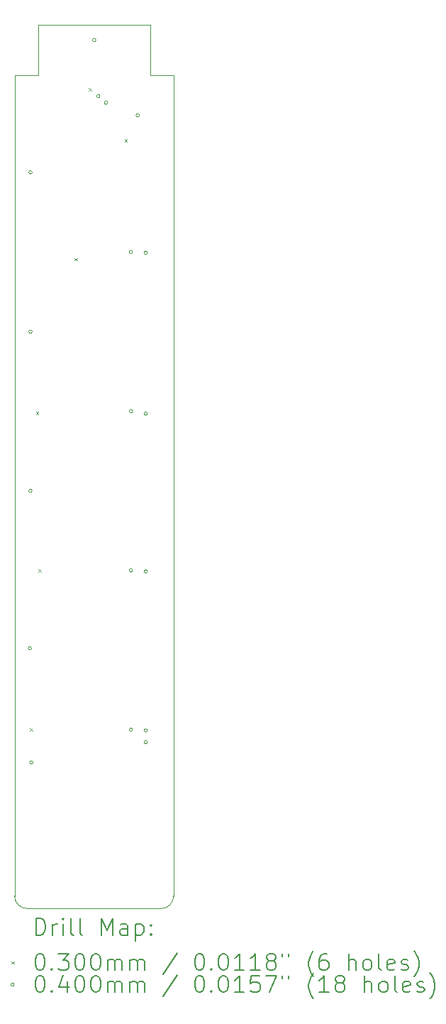
<source format=gbr>
%TF.GenerationSoftware,KiCad,Pcbnew,7.0.8*%
%TF.CreationDate,2023-10-21T22:23:41-07:00*%
%TF.ProjectId,Seismos_5-Key,53656973-6d6f-4735-9f35-2d4b65792e6b,rev?*%
%TF.SameCoordinates,Original*%
%TF.FileFunction,Drillmap*%
%TF.FilePolarity,Positive*%
%FSLAX45Y45*%
G04 Gerber Fmt 4.5, Leading zero omitted, Abs format (unit mm)*
G04 Created by KiCad (PCBNEW 7.0.8) date 2023-10-21 22:23:41*
%MOMM*%
%LPD*%
G01*
G04 APERTURE LIST*
%ADD10C,0.100000*%
%ADD11C,0.200000*%
%ADD12C,0.030000*%
%ADD13C,0.040000*%
G04 APERTURE END LIST*
D10*
X3750000Y-12893934D02*
X3750000Y-3100000D01*
X5500000Y-13043934D02*
X3900000Y-13043934D01*
X3750006Y-12893934D02*
G75*
G03*
X3900000Y-13043934I149994J-6D01*
G01*
X4030000Y-2500000D02*
X4030000Y-3100000D01*
X3750000Y-3100000D02*
X4030000Y-3100000D01*
X5650000Y-3100000D02*
X5370000Y-3100000D01*
X5500000Y-13043940D02*
G75*
G03*
X5650000Y-12893934I-10J150010D01*
G01*
X5650000Y-3100000D02*
X5650000Y-12893934D01*
X5370000Y-3100000D02*
X5370000Y-2500000D01*
X4030000Y-2500000D02*
X5370000Y-2500000D01*
D11*
D12*
X3935000Y-10895000D02*
X3965000Y-10925000D01*
X3965000Y-10895000D02*
X3935000Y-10925000D01*
X4005000Y-7115000D02*
X4035000Y-7145000D01*
X4035000Y-7115000D02*
X4005000Y-7145000D01*
X4035000Y-8995000D02*
X4065000Y-9025000D01*
X4065000Y-8995000D02*
X4035000Y-9025000D01*
X4465000Y-5285000D02*
X4495000Y-5315000D01*
X4495000Y-5285000D02*
X4465000Y-5315000D01*
X4635000Y-3255000D02*
X4665000Y-3285000D01*
X4665000Y-3255000D02*
X4635000Y-3285000D01*
X5065000Y-3865000D02*
X5095000Y-3895000D01*
X5095000Y-3865000D02*
X5065000Y-3895000D01*
D13*
X3952650Y-9940000D02*
G75*
G03*
X3952650Y-9940000I-20000J0D01*
G01*
X3960000Y-4260000D02*
G75*
G03*
X3960000Y-4260000I-20000J0D01*
G01*
X3960000Y-6160000D02*
G75*
G03*
X3960000Y-6160000I-20000J0D01*
G01*
X3960000Y-8060000D02*
G75*
G03*
X3960000Y-8060000I-20000J0D01*
G01*
X3970000Y-11300000D02*
G75*
G03*
X3970000Y-11300000I-20000J0D01*
G01*
X4720000Y-2681000D02*
G75*
G03*
X4720000Y-2681000I-20000J0D01*
G01*
X4770000Y-3350000D02*
G75*
G03*
X4770000Y-3350000I-20000J0D01*
G01*
X4860000Y-3430000D02*
G75*
G03*
X4860000Y-3430000I-20000J0D01*
G01*
X5160000Y-5210000D02*
G75*
G03*
X5160000Y-5210000I-20000J0D01*
G01*
X5160000Y-7110000D02*
G75*
G03*
X5160000Y-7110000I-20000J0D01*
G01*
X5160000Y-9010000D02*
G75*
G03*
X5160000Y-9010000I-20000J0D01*
G01*
X5160000Y-10910000D02*
G75*
G03*
X5160000Y-10910000I-20000J0D01*
G01*
X5240000Y-3580000D02*
G75*
G03*
X5240000Y-3580000I-20000J0D01*
G01*
X5336050Y-5220000D02*
G75*
G03*
X5336050Y-5220000I-20000J0D01*
G01*
X5336050Y-7140000D02*
G75*
G03*
X5336050Y-7140000I-20000J0D01*
G01*
X5336050Y-9020000D02*
G75*
G03*
X5336050Y-9020000I-20000J0D01*
G01*
X5336050Y-10920000D02*
G75*
G03*
X5336050Y-10920000I-20000J0D01*
G01*
X5336050Y-11060000D02*
G75*
G03*
X5336050Y-11060000I-20000J0D01*
G01*
D11*
X4005777Y-13360418D02*
X4005777Y-13160418D01*
X4005777Y-13160418D02*
X4053396Y-13160418D01*
X4053396Y-13160418D02*
X4081967Y-13169942D01*
X4081967Y-13169942D02*
X4101015Y-13188989D01*
X4101015Y-13188989D02*
X4110539Y-13208037D01*
X4110539Y-13208037D02*
X4120062Y-13246132D01*
X4120062Y-13246132D02*
X4120062Y-13274703D01*
X4120062Y-13274703D02*
X4110539Y-13312799D01*
X4110539Y-13312799D02*
X4101015Y-13331846D01*
X4101015Y-13331846D02*
X4081967Y-13350894D01*
X4081967Y-13350894D02*
X4053396Y-13360418D01*
X4053396Y-13360418D02*
X4005777Y-13360418D01*
X4205777Y-13360418D02*
X4205777Y-13227084D01*
X4205777Y-13265180D02*
X4215301Y-13246132D01*
X4215301Y-13246132D02*
X4224824Y-13236608D01*
X4224824Y-13236608D02*
X4243872Y-13227084D01*
X4243872Y-13227084D02*
X4262920Y-13227084D01*
X4329586Y-13360418D02*
X4329586Y-13227084D01*
X4329586Y-13160418D02*
X4320063Y-13169942D01*
X4320063Y-13169942D02*
X4329586Y-13179465D01*
X4329586Y-13179465D02*
X4339110Y-13169942D01*
X4339110Y-13169942D02*
X4329586Y-13160418D01*
X4329586Y-13160418D02*
X4329586Y-13179465D01*
X4453396Y-13360418D02*
X4434348Y-13350894D01*
X4434348Y-13350894D02*
X4424824Y-13331846D01*
X4424824Y-13331846D02*
X4424824Y-13160418D01*
X4558158Y-13360418D02*
X4539110Y-13350894D01*
X4539110Y-13350894D02*
X4529586Y-13331846D01*
X4529586Y-13331846D02*
X4529586Y-13160418D01*
X4786729Y-13360418D02*
X4786729Y-13160418D01*
X4786729Y-13160418D02*
X4853396Y-13303275D01*
X4853396Y-13303275D02*
X4920063Y-13160418D01*
X4920063Y-13160418D02*
X4920063Y-13360418D01*
X5101015Y-13360418D02*
X5101015Y-13255656D01*
X5101015Y-13255656D02*
X5091491Y-13236608D01*
X5091491Y-13236608D02*
X5072444Y-13227084D01*
X5072444Y-13227084D02*
X5034348Y-13227084D01*
X5034348Y-13227084D02*
X5015301Y-13236608D01*
X5101015Y-13350894D02*
X5081967Y-13360418D01*
X5081967Y-13360418D02*
X5034348Y-13360418D01*
X5034348Y-13360418D02*
X5015301Y-13350894D01*
X5015301Y-13350894D02*
X5005777Y-13331846D01*
X5005777Y-13331846D02*
X5005777Y-13312799D01*
X5005777Y-13312799D02*
X5015301Y-13293751D01*
X5015301Y-13293751D02*
X5034348Y-13284227D01*
X5034348Y-13284227D02*
X5081967Y-13284227D01*
X5081967Y-13284227D02*
X5101015Y-13274703D01*
X5196253Y-13227084D02*
X5196253Y-13427084D01*
X5196253Y-13236608D02*
X5215301Y-13227084D01*
X5215301Y-13227084D02*
X5253396Y-13227084D01*
X5253396Y-13227084D02*
X5272444Y-13236608D01*
X5272444Y-13236608D02*
X5281967Y-13246132D01*
X5281967Y-13246132D02*
X5291491Y-13265180D01*
X5291491Y-13265180D02*
X5291491Y-13322322D01*
X5291491Y-13322322D02*
X5281967Y-13341370D01*
X5281967Y-13341370D02*
X5272444Y-13350894D01*
X5272444Y-13350894D02*
X5253396Y-13360418D01*
X5253396Y-13360418D02*
X5215301Y-13360418D01*
X5215301Y-13360418D02*
X5196253Y-13350894D01*
X5377205Y-13341370D02*
X5386729Y-13350894D01*
X5386729Y-13350894D02*
X5377205Y-13360418D01*
X5377205Y-13360418D02*
X5367682Y-13350894D01*
X5367682Y-13350894D02*
X5377205Y-13341370D01*
X5377205Y-13341370D02*
X5377205Y-13360418D01*
X5377205Y-13236608D02*
X5386729Y-13246132D01*
X5386729Y-13246132D02*
X5377205Y-13255656D01*
X5377205Y-13255656D02*
X5367682Y-13246132D01*
X5367682Y-13246132D02*
X5377205Y-13236608D01*
X5377205Y-13236608D02*
X5377205Y-13255656D01*
D12*
X3715000Y-13673934D02*
X3745000Y-13703934D01*
X3745000Y-13673934D02*
X3715000Y-13703934D01*
D11*
X4043872Y-13580418D02*
X4062920Y-13580418D01*
X4062920Y-13580418D02*
X4081967Y-13589942D01*
X4081967Y-13589942D02*
X4091491Y-13599465D01*
X4091491Y-13599465D02*
X4101015Y-13618513D01*
X4101015Y-13618513D02*
X4110539Y-13656608D01*
X4110539Y-13656608D02*
X4110539Y-13704227D01*
X4110539Y-13704227D02*
X4101015Y-13742322D01*
X4101015Y-13742322D02*
X4091491Y-13761370D01*
X4091491Y-13761370D02*
X4081967Y-13770894D01*
X4081967Y-13770894D02*
X4062920Y-13780418D01*
X4062920Y-13780418D02*
X4043872Y-13780418D01*
X4043872Y-13780418D02*
X4024824Y-13770894D01*
X4024824Y-13770894D02*
X4015301Y-13761370D01*
X4015301Y-13761370D02*
X4005777Y-13742322D01*
X4005777Y-13742322D02*
X3996253Y-13704227D01*
X3996253Y-13704227D02*
X3996253Y-13656608D01*
X3996253Y-13656608D02*
X4005777Y-13618513D01*
X4005777Y-13618513D02*
X4015301Y-13599465D01*
X4015301Y-13599465D02*
X4024824Y-13589942D01*
X4024824Y-13589942D02*
X4043872Y-13580418D01*
X4196253Y-13761370D02*
X4205777Y-13770894D01*
X4205777Y-13770894D02*
X4196253Y-13780418D01*
X4196253Y-13780418D02*
X4186729Y-13770894D01*
X4186729Y-13770894D02*
X4196253Y-13761370D01*
X4196253Y-13761370D02*
X4196253Y-13780418D01*
X4272444Y-13580418D02*
X4396253Y-13580418D01*
X4396253Y-13580418D02*
X4329586Y-13656608D01*
X4329586Y-13656608D02*
X4358158Y-13656608D01*
X4358158Y-13656608D02*
X4377205Y-13666132D01*
X4377205Y-13666132D02*
X4386729Y-13675656D01*
X4386729Y-13675656D02*
X4396253Y-13694703D01*
X4396253Y-13694703D02*
X4396253Y-13742322D01*
X4396253Y-13742322D02*
X4386729Y-13761370D01*
X4386729Y-13761370D02*
X4377205Y-13770894D01*
X4377205Y-13770894D02*
X4358158Y-13780418D01*
X4358158Y-13780418D02*
X4301015Y-13780418D01*
X4301015Y-13780418D02*
X4281967Y-13770894D01*
X4281967Y-13770894D02*
X4272444Y-13761370D01*
X4520063Y-13580418D02*
X4539110Y-13580418D01*
X4539110Y-13580418D02*
X4558158Y-13589942D01*
X4558158Y-13589942D02*
X4567682Y-13599465D01*
X4567682Y-13599465D02*
X4577205Y-13618513D01*
X4577205Y-13618513D02*
X4586729Y-13656608D01*
X4586729Y-13656608D02*
X4586729Y-13704227D01*
X4586729Y-13704227D02*
X4577205Y-13742322D01*
X4577205Y-13742322D02*
X4567682Y-13761370D01*
X4567682Y-13761370D02*
X4558158Y-13770894D01*
X4558158Y-13770894D02*
X4539110Y-13780418D01*
X4539110Y-13780418D02*
X4520063Y-13780418D01*
X4520063Y-13780418D02*
X4501015Y-13770894D01*
X4501015Y-13770894D02*
X4491491Y-13761370D01*
X4491491Y-13761370D02*
X4481967Y-13742322D01*
X4481967Y-13742322D02*
X4472444Y-13704227D01*
X4472444Y-13704227D02*
X4472444Y-13656608D01*
X4472444Y-13656608D02*
X4481967Y-13618513D01*
X4481967Y-13618513D02*
X4491491Y-13599465D01*
X4491491Y-13599465D02*
X4501015Y-13589942D01*
X4501015Y-13589942D02*
X4520063Y-13580418D01*
X4710539Y-13580418D02*
X4729586Y-13580418D01*
X4729586Y-13580418D02*
X4748634Y-13589942D01*
X4748634Y-13589942D02*
X4758158Y-13599465D01*
X4758158Y-13599465D02*
X4767682Y-13618513D01*
X4767682Y-13618513D02*
X4777205Y-13656608D01*
X4777205Y-13656608D02*
X4777205Y-13704227D01*
X4777205Y-13704227D02*
X4767682Y-13742322D01*
X4767682Y-13742322D02*
X4758158Y-13761370D01*
X4758158Y-13761370D02*
X4748634Y-13770894D01*
X4748634Y-13770894D02*
X4729586Y-13780418D01*
X4729586Y-13780418D02*
X4710539Y-13780418D01*
X4710539Y-13780418D02*
X4691491Y-13770894D01*
X4691491Y-13770894D02*
X4681967Y-13761370D01*
X4681967Y-13761370D02*
X4672444Y-13742322D01*
X4672444Y-13742322D02*
X4662920Y-13704227D01*
X4662920Y-13704227D02*
X4662920Y-13656608D01*
X4662920Y-13656608D02*
X4672444Y-13618513D01*
X4672444Y-13618513D02*
X4681967Y-13599465D01*
X4681967Y-13599465D02*
X4691491Y-13589942D01*
X4691491Y-13589942D02*
X4710539Y-13580418D01*
X4862920Y-13780418D02*
X4862920Y-13647084D01*
X4862920Y-13666132D02*
X4872444Y-13656608D01*
X4872444Y-13656608D02*
X4891491Y-13647084D01*
X4891491Y-13647084D02*
X4920063Y-13647084D01*
X4920063Y-13647084D02*
X4939110Y-13656608D01*
X4939110Y-13656608D02*
X4948634Y-13675656D01*
X4948634Y-13675656D02*
X4948634Y-13780418D01*
X4948634Y-13675656D02*
X4958158Y-13656608D01*
X4958158Y-13656608D02*
X4977205Y-13647084D01*
X4977205Y-13647084D02*
X5005777Y-13647084D01*
X5005777Y-13647084D02*
X5024825Y-13656608D01*
X5024825Y-13656608D02*
X5034348Y-13675656D01*
X5034348Y-13675656D02*
X5034348Y-13780418D01*
X5129586Y-13780418D02*
X5129586Y-13647084D01*
X5129586Y-13666132D02*
X5139110Y-13656608D01*
X5139110Y-13656608D02*
X5158158Y-13647084D01*
X5158158Y-13647084D02*
X5186729Y-13647084D01*
X5186729Y-13647084D02*
X5205777Y-13656608D01*
X5205777Y-13656608D02*
X5215301Y-13675656D01*
X5215301Y-13675656D02*
X5215301Y-13780418D01*
X5215301Y-13675656D02*
X5224825Y-13656608D01*
X5224825Y-13656608D02*
X5243872Y-13647084D01*
X5243872Y-13647084D02*
X5272444Y-13647084D01*
X5272444Y-13647084D02*
X5291491Y-13656608D01*
X5291491Y-13656608D02*
X5301015Y-13675656D01*
X5301015Y-13675656D02*
X5301015Y-13780418D01*
X5691491Y-13570894D02*
X5520063Y-13828037D01*
X5948634Y-13580418D02*
X5967682Y-13580418D01*
X5967682Y-13580418D02*
X5986729Y-13589942D01*
X5986729Y-13589942D02*
X5996253Y-13599465D01*
X5996253Y-13599465D02*
X6005777Y-13618513D01*
X6005777Y-13618513D02*
X6015301Y-13656608D01*
X6015301Y-13656608D02*
X6015301Y-13704227D01*
X6015301Y-13704227D02*
X6005777Y-13742322D01*
X6005777Y-13742322D02*
X5996253Y-13761370D01*
X5996253Y-13761370D02*
X5986729Y-13770894D01*
X5986729Y-13770894D02*
X5967682Y-13780418D01*
X5967682Y-13780418D02*
X5948634Y-13780418D01*
X5948634Y-13780418D02*
X5929586Y-13770894D01*
X5929586Y-13770894D02*
X5920063Y-13761370D01*
X5920063Y-13761370D02*
X5910539Y-13742322D01*
X5910539Y-13742322D02*
X5901015Y-13704227D01*
X5901015Y-13704227D02*
X5901015Y-13656608D01*
X5901015Y-13656608D02*
X5910539Y-13618513D01*
X5910539Y-13618513D02*
X5920063Y-13599465D01*
X5920063Y-13599465D02*
X5929586Y-13589942D01*
X5929586Y-13589942D02*
X5948634Y-13580418D01*
X6101015Y-13761370D02*
X6110539Y-13770894D01*
X6110539Y-13770894D02*
X6101015Y-13780418D01*
X6101015Y-13780418D02*
X6091491Y-13770894D01*
X6091491Y-13770894D02*
X6101015Y-13761370D01*
X6101015Y-13761370D02*
X6101015Y-13780418D01*
X6234348Y-13580418D02*
X6253396Y-13580418D01*
X6253396Y-13580418D02*
X6272444Y-13589942D01*
X6272444Y-13589942D02*
X6281967Y-13599465D01*
X6281967Y-13599465D02*
X6291491Y-13618513D01*
X6291491Y-13618513D02*
X6301015Y-13656608D01*
X6301015Y-13656608D02*
X6301015Y-13704227D01*
X6301015Y-13704227D02*
X6291491Y-13742322D01*
X6291491Y-13742322D02*
X6281967Y-13761370D01*
X6281967Y-13761370D02*
X6272444Y-13770894D01*
X6272444Y-13770894D02*
X6253396Y-13780418D01*
X6253396Y-13780418D02*
X6234348Y-13780418D01*
X6234348Y-13780418D02*
X6215301Y-13770894D01*
X6215301Y-13770894D02*
X6205777Y-13761370D01*
X6205777Y-13761370D02*
X6196253Y-13742322D01*
X6196253Y-13742322D02*
X6186729Y-13704227D01*
X6186729Y-13704227D02*
X6186729Y-13656608D01*
X6186729Y-13656608D02*
X6196253Y-13618513D01*
X6196253Y-13618513D02*
X6205777Y-13599465D01*
X6205777Y-13599465D02*
X6215301Y-13589942D01*
X6215301Y-13589942D02*
X6234348Y-13580418D01*
X6491491Y-13780418D02*
X6377206Y-13780418D01*
X6434348Y-13780418D02*
X6434348Y-13580418D01*
X6434348Y-13580418D02*
X6415301Y-13608989D01*
X6415301Y-13608989D02*
X6396253Y-13628037D01*
X6396253Y-13628037D02*
X6377206Y-13637561D01*
X6681967Y-13780418D02*
X6567682Y-13780418D01*
X6624825Y-13780418D02*
X6624825Y-13580418D01*
X6624825Y-13580418D02*
X6605777Y-13608989D01*
X6605777Y-13608989D02*
X6586729Y-13628037D01*
X6586729Y-13628037D02*
X6567682Y-13637561D01*
X6796253Y-13666132D02*
X6777206Y-13656608D01*
X6777206Y-13656608D02*
X6767682Y-13647084D01*
X6767682Y-13647084D02*
X6758158Y-13628037D01*
X6758158Y-13628037D02*
X6758158Y-13618513D01*
X6758158Y-13618513D02*
X6767682Y-13599465D01*
X6767682Y-13599465D02*
X6777206Y-13589942D01*
X6777206Y-13589942D02*
X6796253Y-13580418D01*
X6796253Y-13580418D02*
X6834348Y-13580418D01*
X6834348Y-13580418D02*
X6853396Y-13589942D01*
X6853396Y-13589942D02*
X6862920Y-13599465D01*
X6862920Y-13599465D02*
X6872444Y-13618513D01*
X6872444Y-13618513D02*
X6872444Y-13628037D01*
X6872444Y-13628037D02*
X6862920Y-13647084D01*
X6862920Y-13647084D02*
X6853396Y-13656608D01*
X6853396Y-13656608D02*
X6834348Y-13666132D01*
X6834348Y-13666132D02*
X6796253Y-13666132D01*
X6796253Y-13666132D02*
X6777206Y-13675656D01*
X6777206Y-13675656D02*
X6767682Y-13685180D01*
X6767682Y-13685180D02*
X6758158Y-13704227D01*
X6758158Y-13704227D02*
X6758158Y-13742322D01*
X6758158Y-13742322D02*
X6767682Y-13761370D01*
X6767682Y-13761370D02*
X6777206Y-13770894D01*
X6777206Y-13770894D02*
X6796253Y-13780418D01*
X6796253Y-13780418D02*
X6834348Y-13780418D01*
X6834348Y-13780418D02*
X6853396Y-13770894D01*
X6853396Y-13770894D02*
X6862920Y-13761370D01*
X6862920Y-13761370D02*
X6872444Y-13742322D01*
X6872444Y-13742322D02*
X6872444Y-13704227D01*
X6872444Y-13704227D02*
X6862920Y-13685180D01*
X6862920Y-13685180D02*
X6853396Y-13675656D01*
X6853396Y-13675656D02*
X6834348Y-13666132D01*
X6948634Y-13580418D02*
X6948634Y-13618513D01*
X7024825Y-13580418D02*
X7024825Y-13618513D01*
X7320063Y-13856608D02*
X7310539Y-13847084D01*
X7310539Y-13847084D02*
X7291491Y-13818513D01*
X7291491Y-13818513D02*
X7281968Y-13799465D01*
X7281968Y-13799465D02*
X7272444Y-13770894D01*
X7272444Y-13770894D02*
X7262920Y-13723275D01*
X7262920Y-13723275D02*
X7262920Y-13685180D01*
X7262920Y-13685180D02*
X7272444Y-13637561D01*
X7272444Y-13637561D02*
X7281968Y-13608989D01*
X7281968Y-13608989D02*
X7291491Y-13589942D01*
X7291491Y-13589942D02*
X7310539Y-13561370D01*
X7310539Y-13561370D02*
X7320063Y-13551846D01*
X7481968Y-13580418D02*
X7443872Y-13580418D01*
X7443872Y-13580418D02*
X7424825Y-13589942D01*
X7424825Y-13589942D02*
X7415301Y-13599465D01*
X7415301Y-13599465D02*
X7396253Y-13628037D01*
X7396253Y-13628037D02*
X7386729Y-13666132D01*
X7386729Y-13666132D02*
X7386729Y-13742322D01*
X7386729Y-13742322D02*
X7396253Y-13761370D01*
X7396253Y-13761370D02*
X7405777Y-13770894D01*
X7405777Y-13770894D02*
X7424825Y-13780418D01*
X7424825Y-13780418D02*
X7462920Y-13780418D01*
X7462920Y-13780418D02*
X7481968Y-13770894D01*
X7481968Y-13770894D02*
X7491491Y-13761370D01*
X7491491Y-13761370D02*
X7501015Y-13742322D01*
X7501015Y-13742322D02*
X7501015Y-13694703D01*
X7501015Y-13694703D02*
X7491491Y-13675656D01*
X7491491Y-13675656D02*
X7481968Y-13666132D01*
X7481968Y-13666132D02*
X7462920Y-13656608D01*
X7462920Y-13656608D02*
X7424825Y-13656608D01*
X7424825Y-13656608D02*
X7405777Y-13666132D01*
X7405777Y-13666132D02*
X7396253Y-13675656D01*
X7396253Y-13675656D02*
X7386729Y-13694703D01*
X7739110Y-13780418D02*
X7739110Y-13580418D01*
X7824825Y-13780418D02*
X7824825Y-13675656D01*
X7824825Y-13675656D02*
X7815301Y-13656608D01*
X7815301Y-13656608D02*
X7796253Y-13647084D01*
X7796253Y-13647084D02*
X7767682Y-13647084D01*
X7767682Y-13647084D02*
X7748634Y-13656608D01*
X7748634Y-13656608D02*
X7739110Y-13666132D01*
X7948634Y-13780418D02*
X7929587Y-13770894D01*
X7929587Y-13770894D02*
X7920063Y-13761370D01*
X7920063Y-13761370D02*
X7910539Y-13742322D01*
X7910539Y-13742322D02*
X7910539Y-13685180D01*
X7910539Y-13685180D02*
X7920063Y-13666132D01*
X7920063Y-13666132D02*
X7929587Y-13656608D01*
X7929587Y-13656608D02*
X7948634Y-13647084D01*
X7948634Y-13647084D02*
X7977206Y-13647084D01*
X7977206Y-13647084D02*
X7996253Y-13656608D01*
X7996253Y-13656608D02*
X8005777Y-13666132D01*
X8005777Y-13666132D02*
X8015301Y-13685180D01*
X8015301Y-13685180D02*
X8015301Y-13742322D01*
X8015301Y-13742322D02*
X8005777Y-13761370D01*
X8005777Y-13761370D02*
X7996253Y-13770894D01*
X7996253Y-13770894D02*
X7977206Y-13780418D01*
X7977206Y-13780418D02*
X7948634Y-13780418D01*
X8129587Y-13780418D02*
X8110539Y-13770894D01*
X8110539Y-13770894D02*
X8101015Y-13751846D01*
X8101015Y-13751846D02*
X8101015Y-13580418D01*
X8281968Y-13770894D02*
X8262920Y-13780418D01*
X8262920Y-13780418D02*
X8224825Y-13780418D01*
X8224825Y-13780418D02*
X8205777Y-13770894D01*
X8205777Y-13770894D02*
X8196253Y-13751846D01*
X8196253Y-13751846D02*
X8196253Y-13675656D01*
X8196253Y-13675656D02*
X8205777Y-13656608D01*
X8205777Y-13656608D02*
X8224825Y-13647084D01*
X8224825Y-13647084D02*
X8262920Y-13647084D01*
X8262920Y-13647084D02*
X8281968Y-13656608D01*
X8281968Y-13656608D02*
X8291491Y-13675656D01*
X8291491Y-13675656D02*
X8291491Y-13694703D01*
X8291491Y-13694703D02*
X8196253Y-13713751D01*
X8367682Y-13770894D02*
X8386730Y-13780418D01*
X8386730Y-13780418D02*
X8424825Y-13780418D01*
X8424825Y-13780418D02*
X8443873Y-13770894D01*
X8443873Y-13770894D02*
X8453396Y-13751846D01*
X8453396Y-13751846D02*
X8453396Y-13742322D01*
X8453396Y-13742322D02*
X8443873Y-13723275D01*
X8443873Y-13723275D02*
X8424825Y-13713751D01*
X8424825Y-13713751D02*
X8396253Y-13713751D01*
X8396253Y-13713751D02*
X8377206Y-13704227D01*
X8377206Y-13704227D02*
X8367682Y-13685180D01*
X8367682Y-13685180D02*
X8367682Y-13675656D01*
X8367682Y-13675656D02*
X8377206Y-13656608D01*
X8377206Y-13656608D02*
X8396253Y-13647084D01*
X8396253Y-13647084D02*
X8424825Y-13647084D01*
X8424825Y-13647084D02*
X8443873Y-13656608D01*
X8520063Y-13856608D02*
X8529587Y-13847084D01*
X8529587Y-13847084D02*
X8548634Y-13818513D01*
X8548634Y-13818513D02*
X8558158Y-13799465D01*
X8558158Y-13799465D02*
X8567682Y-13770894D01*
X8567682Y-13770894D02*
X8577206Y-13723275D01*
X8577206Y-13723275D02*
X8577206Y-13685180D01*
X8577206Y-13685180D02*
X8567682Y-13637561D01*
X8567682Y-13637561D02*
X8558158Y-13608989D01*
X8558158Y-13608989D02*
X8548634Y-13589942D01*
X8548634Y-13589942D02*
X8529587Y-13561370D01*
X8529587Y-13561370D02*
X8520063Y-13551846D01*
D13*
X3745000Y-13952934D02*
G75*
G03*
X3745000Y-13952934I-20000J0D01*
G01*
D11*
X4043872Y-13844418D02*
X4062920Y-13844418D01*
X4062920Y-13844418D02*
X4081967Y-13853942D01*
X4081967Y-13853942D02*
X4091491Y-13863465D01*
X4091491Y-13863465D02*
X4101015Y-13882513D01*
X4101015Y-13882513D02*
X4110539Y-13920608D01*
X4110539Y-13920608D02*
X4110539Y-13968227D01*
X4110539Y-13968227D02*
X4101015Y-14006322D01*
X4101015Y-14006322D02*
X4091491Y-14025370D01*
X4091491Y-14025370D02*
X4081967Y-14034894D01*
X4081967Y-14034894D02*
X4062920Y-14044418D01*
X4062920Y-14044418D02*
X4043872Y-14044418D01*
X4043872Y-14044418D02*
X4024824Y-14034894D01*
X4024824Y-14034894D02*
X4015301Y-14025370D01*
X4015301Y-14025370D02*
X4005777Y-14006322D01*
X4005777Y-14006322D02*
X3996253Y-13968227D01*
X3996253Y-13968227D02*
X3996253Y-13920608D01*
X3996253Y-13920608D02*
X4005777Y-13882513D01*
X4005777Y-13882513D02*
X4015301Y-13863465D01*
X4015301Y-13863465D02*
X4024824Y-13853942D01*
X4024824Y-13853942D02*
X4043872Y-13844418D01*
X4196253Y-14025370D02*
X4205777Y-14034894D01*
X4205777Y-14034894D02*
X4196253Y-14044418D01*
X4196253Y-14044418D02*
X4186729Y-14034894D01*
X4186729Y-14034894D02*
X4196253Y-14025370D01*
X4196253Y-14025370D02*
X4196253Y-14044418D01*
X4377205Y-13911084D02*
X4377205Y-14044418D01*
X4329586Y-13834894D02*
X4281967Y-13977751D01*
X4281967Y-13977751D02*
X4405777Y-13977751D01*
X4520063Y-13844418D02*
X4539110Y-13844418D01*
X4539110Y-13844418D02*
X4558158Y-13853942D01*
X4558158Y-13853942D02*
X4567682Y-13863465D01*
X4567682Y-13863465D02*
X4577205Y-13882513D01*
X4577205Y-13882513D02*
X4586729Y-13920608D01*
X4586729Y-13920608D02*
X4586729Y-13968227D01*
X4586729Y-13968227D02*
X4577205Y-14006322D01*
X4577205Y-14006322D02*
X4567682Y-14025370D01*
X4567682Y-14025370D02*
X4558158Y-14034894D01*
X4558158Y-14034894D02*
X4539110Y-14044418D01*
X4539110Y-14044418D02*
X4520063Y-14044418D01*
X4520063Y-14044418D02*
X4501015Y-14034894D01*
X4501015Y-14034894D02*
X4491491Y-14025370D01*
X4491491Y-14025370D02*
X4481967Y-14006322D01*
X4481967Y-14006322D02*
X4472444Y-13968227D01*
X4472444Y-13968227D02*
X4472444Y-13920608D01*
X4472444Y-13920608D02*
X4481967Y-13882513D01*
X4481967Y-13882513D02*
X4491491Y-13863465D01*
X4491491Y-13863465D02*
X4501015Y-13853942D01*
X4501015Y-13853942D02*
X4520063Y-13844418D01*
X4710539Y-13844418D02*
X4729586Y-13844418D01*
X4729586Y-13844418D02*
X4748634Y-13853942D01*
X4748634Y-13853942D02*
X4758158Y-13863465D01*
X4758158Y-13863465D02*
X4767682Y-13882513D01*
X4767682Y-13882513D02*
X4777205Y-13920608D01*
X4777205Y-13920608D02*
X4777205Y-13968227D01*
X4777205Y-13968227D02*
X4767682Y-14006322D01*
X4767682Y-14006322D02*
X4758158Y-14025370D01*
X4758158Y-14025370D02*
X4748634Y-14034894D01*
X4748634Y-14034894D02*
X4729586Y-14044418D01*
X4729586Y-14044418D02*
X4710539Y-14044418D01*
X4710539Y-14044418D02*
X4691491Y-14034894D01*
X4691491Y-14034894D02*
X4681967Y-14025370D01*
X4681967Y-14025370D02*
X4672444Y-14006322D01*
X4672444Y-14006322D02*
X4662920Y-13968227D01*
X4662920Y-13968227D02*
X4662920Y-13920608D01*
X4662920Y-13920608D02*
X4672444Y-13882513D01*
X4672444Y-13882513D02*
X4681967Y-13863465D01*
X4681967Y-13863465D02*
X4691491Y-13853942D01*
X4691491Y-13853942D02*
X4710539Y-13844418D01*
X4862920Y-14044418D02*
X4862920Y-13911084D01*
X4862920Y-13930132D02*
X4872444Y-13920608D01*
X4872444Y-13920608D02*
X4891491Y-13911084D01*
X4891491Y-13911084D02*
X4920063Y-13911084D01*
X4920063Y-13911084D02*
X4939110Y-13920608D01*
X4939110Y-13920608D02*
X4948634Y-13939656D01*
X4948634Y-13939656D02*
X4948634Y-14044418D01*
X4948634Y-13939656D02*
X4958158Y-13920608D01*
X4958158Y-13920608D02*
X4977205Y-13911084D01*
X4977205Y-13911084D02*
X5005777Y-13911084D01*
X5005777Y-13911084D02*
X5024825Y-13920608D01*
X5024825Y-13920608D02*
X5034348Y-13939656D01*
X5034348Y-13939656D02*
X5034348Y-14044418D01*
X5129586Y-14044418D02*
X5129586Y-13911084D01*
X5129586Y-13930132D02*
X5139110Y-13920608D01*
X5139110Y-13920608D02*
X5158158Y-13911084D01*
X5158158Y-13911084D02*
X5186729Y-13911084D01*
X5186729Y-13911084D02*
X5205777Y-13920608D01*
X5205777Y-13920608D02*
X5215301Y-13939656D01*
X5215301Y-13939656D02*
X5215301Y-14044418D01*
X5215301Y-13939656D02*
X5224825Y-13920608D01*
X5224825Y-13920608D02*
X5243872Y-13911084D01*
X5243872Y-13911084D02*
X5272444Y-13911084D01*
X5272444Y-13911084D02*
X5291491Y-13920608D01*
X5291491Y-13920608D02*
X5301015Y-13939656D01*
X5301015Y-13939656D02*
X5301015Y-14044418D01*
X5691491Y-13834894D02*
X5520063Y-14092037D01*
X5948634Y-13844418D02*
X5967682Y-13844418D01*
X5967682Y-13844418D02*
X5986729Y-13853942D01*
X5986729Y-13853942D02*
X5996253Y-13863465D01*
X5996253Y-13863465D02*
X6005777Y-13882513D01*
X6005777Y-13882513D02*
X6015301Y-13920608D01*
X6015301Y-13920608D02*
X6015301Y-13968227D01*
X6015301Y-13968227D02*
X6005777Y-14006322D01*
X6005777Y-14006322D02*
X5996253Y-14025370D01*
X5996253Y-14025370D02*
X5986729Y-14034894D01*
X5986729Y-14034894D02*
X5967682Y-14044418D01*
X5967682Y-14044418D02*
X5948634Y-14044418D01*
X5948634Y-14044418D02*
X5929586Y-14034894D01*
X5929586Y-14034894D02*
X5920063Y-14025370D01*
X5920063Y-14025370D02*
X5910539Y-14006322D01*
X5910539Y-14006322D02*
X5901015Y-13968227D01*
X5901015Y-13968227D02*
X5901015Y-13920608D01*
X5901015Y-13920608D02*
X5910539Y-13882513D01*
X5910539Y-13882513D02*
X5920063Y-13863465D01*
X5920063Y-13863465D02*
X5929586Y-13853942D01*
X5929586Y-13853942D02*
X5948634Y-13844418D01*
X6101015Y-14025370D02*
X6110539Y-14034894D01*
X6110539Y-14034894D02*
X6101015Y-14044418D01*
X6101015Y-14044418D02*
X6091491Y-14034894D01*
X6091491Y-14034894D02*
X6101015Y-14025370D01*
X6101015Y-14025370D02*
X6101015Y-14044418D01*
X6234348Y-13844418D02*
X6253396Y-13844418D01*
X6253396Y-13844418D02*
X6272444Y-13853942D01*
X6272444Y-13853942D02*
X6281967Y-13863465D01*
X6281967Y-13863465D02*
X6291491Y-13882513D01*
X6291491Y-13882513D02*
X6301015Y-13920608D01*
X6301015Y-13920608D02*
X6301015Y-13968227D01*
X6301015Y-13968227D02*
X6291491Y-14006322D01*
X6291491Y-14006322D02*
X6281967Y-14025370D01*
X6281967Y-14025370D02*
X6272444Y-14034894D01*
X6272444Y-14034894D02*
X6253396Y-14044418D01*
X6253396Y-14044418D02*
X6234348Y-14044418D01*
X6234348Y-14044418D02*
X6215301Y-14034894D01*
X6215301Y-14034894D02*
X6205777Y-14025370D01*
X6205777Y-14025370D02*
X6196253Y-14006322D01*
X6196253Y-14006322D02*
X6186729Y-13968227D01*
X6186729Y-13968227D02*
X6186729Y-13920608D01*
X6186729Y-13920608D02*
X6196253Y-13882513D01*
X6196253Y-13882513D02*
X6205777Y-13863465D01*
X6205777Y-13863465D02*
X6215301Y-13853942D01*
X6215301Y-13853942D02*
X6234348Y-13844418D01*
X6491491Y-14044418D02*
X6377206Y-14044418D01*
X6434348Y-14044418D02*
X6434348Y-13844418D01*
X6434348Y-13844418D02*
X6415301Y-13872989D01*
X6415301Y-13872989D02*
X6396253Y-13892037D01*
X6396253Y-13892037D02*
X6377206Y-13901561D01*
X6672444Y-13844418D02*
X6577206Y-13844418D01*
X6577206Y-13844418D02*
X6567682Y-13939656D01*
X6567682Y-13939656D02*
X6577206Y-13930132D01*
X6577206Y-13930132D02*
X6596253Y-13920608D01*
X6596253Y-13920608D02*
X6643872Y-13920608D01*
X6643872Y-13920608D02*
X6662920Y-13930132D01*
X6662920Y-13930132D02*
X6672444Y-13939656D01*
X6672444Y-13939656D02*
X6681967Y-13958703D01*
X6681967Y-13958703D02*
X6681967Y-14006322D01*
X6681967Y-14006322D02*
X6672444Y-14025370D01*
X6672444Y-14025370D02*
X6662920Y-14034894D01*
X6662920Y-14034894D02*
X6643872Y-14044418D01*
X6643872Y-14044418D02*
X6596253Y-14044418D01*
X6596253Y-14044418D02*
X6577206Y-14034894D01*
X6577206Y-14034894D02*
X6567682Y-14025370D01*
X6748634Y-13844418D02*
X6881967Y-13844418D01*
X6881967Y-13844418D02*
X6796253Y-14044418D01*
X6948634Y-13844418D02*
X6948634Y-13882513D01*
X7024825Y-13844418D02*
X7024825Y-13882513D01*
X7320063Y-14120608D02*
X7310539Y-14111084D01*
X7310539Y-14111084D02*
X7291491Y-14082513D01*
X7291491Y-14082513D02*
X7281968Y-14063465D01*
X7281968Y-14063465D02*
X7272444Y-14034894D01*
X7272444Y-14034894D02*
X7262920Y-13987275D01*
X7262920Y-13987275D02*
X7262920Y-13949180D01*
X7262920Y-13949180D02*
X7272444Y-13901561D01*
X7272444Y-13901561D02*
X7281968Y-13872989D01*
X7281968Y-13872989D02*
X7291491Y-13853942D01*
X7291491Y-13853942D02*
X7310539Y-13825370D01*
X7310539Y-13825370D02*
X7320063Y-13815846D01*
X7501015Y-14044418D02*
X7386729Y-14044418D01*
X7443872Y-14044418D02*
X7443872Y-13844418D01*
X7443872Y-13844418D02*
X7424825Y-13872989D01*
X7424825Y-13872989D02*
X7405777Y-13892037D01*
X7405777Y-13892037D02*
X7386729Y-13901561D01*
X7615301Y-13930132D02*
X7596253Y-13920608D01*
X7596253Y-13920608D02*
X7586729Y-13911084D01*
X7586729Y-13911084D02*
X7577206Y-13892037D01*
X7577206Y-13892037D02*
X7577206Y-13882513D01*
X7577206Y-13882513D02*
X7586729Y-13863465D01*
X7586729Y-13863465D02*
X7596253Y-13853942D01*
X7596253Y-13853942D02*
X7615301Y-13844418D01*
X7615301Y-13844418D02*
X7653396Y-13844418D01*
X7653396Y-13844418D02*
X7672444Y-13853942D01*
X7672444Y-13853942D02*
X7681968Y-13863465D01*
X7681968Y-13863465D02*
X7691491Y-13882513D01*
X7691491Y-13882513D02*
X7691491Y-13892037D01*
X7691491Y-13892037D02*
X7681968Y-13911084D01*
X7681968Y-13911084D02*
X7672444Y-13920608D01*
X7672444Y-13920608D02*
X7653396Y-13930132D01*
X7653396Y-13930132D02*
X7615301Y-13930132D01*
X7615301Y-13930132D02*
X7596253Y-13939656D01*
X7596253Y-13939656D02*
X7586729Y-13949180D01*
X7586729Y-13949180D02*
X7577206Y-13968227D01*
X7577206Y-13968227D02*
X7577206Y-14006322D01*
X7577206Y-14006322D02*
X7586729Y-14025370D01*
X7586729Y-14025370D02*
X7596253Y-14034894D01*
X7596253Y-14034894D02*
X7615301Y-14044418D01*
X7615301Y-14044418D02*
X7653396Y-14044418D01*
X7653396Y-14044418D02*
X7672444Y-14034894D01*
X7672444Y-14034894D02*
X7681968Y-14025370D01*
X7681968Y-14025370D02*
X7691491Y-14006322D01*
X7691491Y-14006322D02*
X7691491Y-13968227D01*
X7691491Y-13968227D02*
X7681968Y-13949180D01*
X7681968Y-13949180D02*
X7672444Y-13939656D01*
X7672444Y-13939656D02*
X7653396Y-13930132D01*
X7929587Y-14044418D02*
X7929587Y-13844418D01*
X8015301Y-14044418D02*
X8015301Y-13939656D01*
X8015301Y-13939656D02*
X8005777Y-13920608D01*
X8005777Y-13920608D02*
X7986730Y-13911084D01*
X7986730Y-13911084D02*
X7958158Y-13911084D01*
X7958158Y-13911084D02*
X7939110Y-13920608D01*
X7939110Y-13920608D02*
X7929587Y-13930132D01*
X8139110Y-14044418D02*
X8120063Y-14034894D01*
X8120063Y-14034894D02*
X8110539Y-14025370D01*
X8110539Y-14025370D02*
X8101015Y-14006322D01*
X8101015Y-14006322D02*
X8101015Y-13949180D01*
X8101015Y-13949180D02*
X8110539Y-13930132D01*
X8110539Y-13930132D02*
X8120063Y-13920608D01*
X8120063Y-13920608D02*
X8139110Y-13911084D01*
X8139110Y-13911084D02*
X8167682Y-13911084D01*
X8167682Y-13911084D02*
X8186730Y-13920608D01*
X8186730Y-13920608D02*
X8196253Y-13930132D01*
X8196253Y-13930132D02*
X8205777Y-13949180D01*
X8205777Y-13949180D02*
X8205777Y-14006322D01*
X8205777Y-14006322D02*
X8196253Y-14025370D01*
X8196253Y-14025370D02*
X8186730Y-14034894D01*
X8186730Y-14034894D02*
X8167682Y-14044418D01*
X8167682Y-14044418D02*
X8139110Y-14044418D01*
X8320063Y-14044418D02*
X8301015Y-14034894D01*
X8301015Y-14034894D02*
X8291491Y-14015846D01*
X8291491Y-14015846D02*
X8291491Y-13844418D01*
X8472444Y-14034894D02*
X8453396Y-14044418D01*
X8453396Y-14044418D02*
X8415301Y-14044418D01*
X8415301Y-14044418D02*
X8396253Y-14034894D01*
X8396253Y-14034894D02*
X8386730Y-14015846D01*
X8386730Y-14015846D02*
X8386730Y-13939656D01*
X8386730Y-13939656D02*
X8396253Y-13920608D01*
X8396253Y-13920608D02*
X8415301Y-13911084D01*
X8415301Y-13911084D02*
X8453396Y-13911084D01*
X8453396Y-13911084D02*
X8472444Y-13920608D01*
X8472444Y-13920608D02*
X8481968Y-13939656D01*
X8481968Y-13939656D02*
X8481968Y-13958703D01*
X8481968Y-13958703D02*
X8386730Y-13977751D01*
X8558158Y-14034894D02*
X8577206Y-14044418D01*
X8577206Y-14044418D02*
X8615301Y-14044418D01*
X8615301Y-14044418D02*
X8634349Y-14034894D01*
X8634349Y-14034894D02*
X8643873Y-14015846D01*
X8643873Y-14015846D02*
X8643873Y-14006322D01*
X8643873Y-14006322D02*
X8634349Y-13987275D01*
X8634349Y-13987275D02*
X8615301Y-13977751D01*
X8615301Y-13977751D02*
X8586730Y-13977751D01*
X8586730Y-13977751D02*
X8567682Y-13968227D01*
X8567682Y-13968227D02*
X8558158Y-13949180D01*
X8558158Y-13949180D02*
X8558158Y-13939656D01*
X8558158Y-13939656D02*
X8567682Y-13920608D01*
X8567682Y-13920608D02*
X8586730Y-13911084D01*
X8586730Y-13911084D02*
X8615301Y-13911084D01*
X8615301Y-13911084D02*
X8634349Y-13920608D01*
X8710539Y-14120608D02*
X8720063Y-14111084D01*
X8720063Y-14111084D02*
X8739111Y-14082513D01*
X8739111Y-14082513D02*
X8748634Y-14063465D01*
X8748634Y-14063465D02*
X8758158Y-14034894D01*
X8758158Y-14034894D02*
X8767682Y-13987275D01*
X8767682Y-13987275D02*
X8767682Y-13949180D01*
X8767682Y-13949180D02*
X8758158Y-13901561D01*
X8758158Y-13901561D02*
X8748634Y-13872989D01*
X8748634Y-13872989D02*
X8739111Y-13853942D01*
X8739111Y-13853942D02*
X8720063Y-13825370D01*
X8720063Y-13825370D02*
X8710539Y-13815846D01*
M02*

</source>
